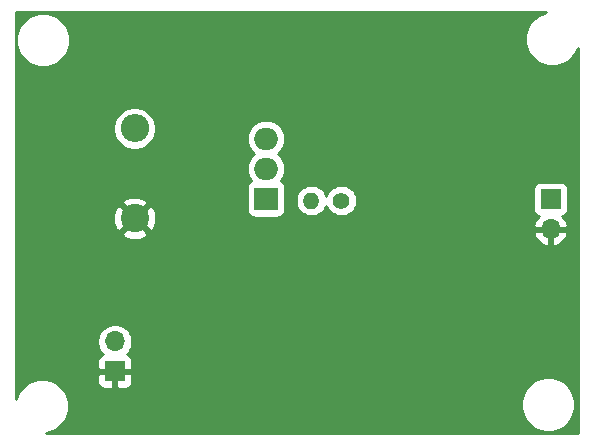
<source format=gbr>
G04 #@! TF.GenerationSoftware,KiCad,Pcbnew,5.1.5+dfsg1-2build2*
G04 #@! TF.CreationDate,2020-12-07T20:52:04+03:00*
G04 #@! TF.ProjectId,PowerNeg,506f7765-724e-4656-972e-6b696361645f,rev?*
G04 #@! TF.SameCoordinates,Original*
G04 #@! TF.FileFunction,Copper,L2,Bot*
G04 #@! TF.FilePolarity,Positive*
%FSLAX46Y46*%
G04 Gerber Fmt 4.6, Leading zero omitted, Abs format (unit mm)*
G04 Created by KiCad (PCBNEW 5.1.5+dfsg1-2build2) date 2020-12-07 20:52:04*
%MOMM*%
%LPD*%
G04 APERTURE LIST*
%ADD10O,1.700000X1.700000*%
%ADD11R,1.700000X1.700000*%
%ADD12C,2.400000*%
%ADD13O,2.400000X2.400000*%
%ADD14C,1.400000*%
%ADD15O,1.400000X1.400000*%
%ADD16R,2.000000X1.905000*%
%ADD17O,2.000000X1.905000*%
%ADD18C,0.254000*%
G04 APERTURE END LIST*
D10*
X175100000Y-101560000D03*
D11*
X175100000Y-104100000D03*
X211980000Y-89510000D03*
D10*
X211980000Y-92050000D03*
D12*
X176770000Y-91140000D03*
D13*
X176770000Y-83520000D03*
D14*
X194280000Y-89630000D03*
D15*
X191740000Y-89630000D03*
D16*
X187890000Y-89480000D03*
D17*
X187890000Y-86940000D03*
X187890000Y-84400000D03*
D18*
G36*
X211447991Y-73724683D02*
G01*
X211028717Y-73898352D01*
X210651380Y-74150481D01*
X210330481Y-74471380D01*
X210078352Y-74848717D01*
X209904683Y-75267991D01*
X209816147Y-75713090D01*
X209816147Y-76166910D01*
X209904683Y-76612009D01*
X210078352Y-77031283D01*
X210330481Y-77408620D01*
X210651380Y-77729519D01*
X211028717Y-77981648D01*
X211447991Y-78155317D01*
X211893090Y-78243853D01*
X212346910Y-78243853D01*
X212792009Y-78155317D01*
X213211283Y-77981648D01*
X213588620Y-77729519D01*
X213909519Y-77408620D01*
X214161648Y-77031283D01*
X214305000Y-76685200D01*
X214305001Y-109305000D01*
X169291963Y-109305000D01*
X169592009Y-109245317D01*
X170011283Y-109071648D01*
X170388620Y-108819519D01*
X170709519Y-108498620D01*
X170961648Y-108121283D01*
X171135317Y-107702009D01*
X171223853Y-107256910D01*
X171223853Y-106803090D01*
X171197995Y-106673090D01*
X209486147Y-106673090D01*
X209486147Y-107126910D01*
X209574683Y-107572009D01*
X209748352Y-107991283D01*
X210000481Y-108368620D01*
X210321380Y-108689519D01*
X210698717Y-108941648D01*
X211117991Y-109115317D01*
X211563090Y-109203853D01*
X212016910Y-109203853D01*
X212462009Y-109115317D01*
X212881283Y-108941648D01*
X213258620Y-108689519D01*
X213579519Y-108368620D01*
X213831648Y-107991283D01*
X214005317Y-107572009D01*
X214093853Y-107126910D01*
X214093853Y-106673090D01*
X214005317Y-106227991D01*
X213831648Y-105808717D01*
X213579519Y-105431380D01*
X213258620Y-105110481D01*
X212881283Y-104858352D01*
X212462009Y-104684683D01*
X212016910Y-104596147D01*
X211563090Y-104596147D01*
X211117991Y-104684683D01*
X210698717Y-104858352D01*
X210321380Y-105110481D01*
X210000481Y-105431380D01*
X209748352Y-105808717D01*
X209574683Y-106227991D01*
X209486147Y-106673090D01*
X171197995Y-106673090D01*
X171135317Y-106357991D01*
X170961648Y-105938717D01*
X170709519Y-105561380D01*
X170388620Y-105240481D01*
X170011283Y-104988352D01*
X169918694Y-104950000D01*
X173611928Y-104950000D01*
X173624188Y-105074482D01*
X173660498Y-105194180D01*
X173719463Y-105304494D01*
X173798815Y-105401185D01*
X173895506Y-105480537D01*
X174005820Y-105539502D01*
X174125518Y-105575812D01*
X174250000Y-105588072D01*
X174814250Y-105585000D01*
X174973000Y-105426250D01*
X174973000Y-104227000D01*
X175227000Y-104227000D01*
X175227000Y-105426250D01*
X175385750Y-105585000D01*
X175950000Y-105588072D01*
X176074482Y-105575812D01*
X176194180Y-105539502D01*
X176304494Y-105480537D01*
X176401185Y-105401185D01*
X176480537Y-105304494D01*
X176539502Y-105194180D01*
X176575812Y-105074482D01*
X176588072Y-104950000D01*
X176585000Y-104385750D01*
X176426250Y-104227000D01*
X175227000Y-104227000D01*
X174973000Y-104227000D01*
X173773750Y-104227000D01*
X173615000Y-104385750D01*
X173611928Y-104950000D01*
X169918694Y-104950000D01*
X169592009Y-104814683D01*
X169146910Y-104726147D01*
X168693090Y-104726147D01*
X168247991Y-104814683D01*
X167828717Y-104988352D01*
X167451380Y-105240481D01*
X167130481Y-105561380D01*
X166878352Y-105938717D01*
X166704683Y-106357991D01*
X166695000Y-106406671D01*
X166695000Y-103250000D01*
X173611928Y-103250000D01*
X173615000Y-103814250D01*
X173773750Y-103973000D01*
X174973000Y-103973000D01*
X174973000Y-103953000D01*
X175227000Y-103953000D01*
X175227000Y-103973000D01*
X176426250Y-103973000D01*
X176585000Y-103814250D01*
X176588072Y-103250000D01*
X176575812Y-103125518D01*
X176539502Y-103005820D01*
X176480537Y-102895506D01*
X176401185Y-102798815D01*
X176304494Y-102719463D01*
X176194180Y-102660498D01*
X176121620Y-102638487D01*
X176253475Y-102506632D01*
X176415990Y-102263411D01*
X176527932Y-101993158D01*
X176585000Y-101706260D01*
X176585000Y-101413740D01*
X176527932Y-101126842D01*
X176415990Y-100856589D01*
X176253475Y-100613368D01*
X176046632Y-100406525D01*
X175803411Y-100244010D01*
X175533158Y-100132068D01*
X175246260Y-100075000D01*
X174953740Y-100075000D01*
X174666842Y-100132068D01*
X174396589Y-100244010D01*
X174153368Y-100406525D01*
X173946525Y-100613368D01*
X173784010Y-100856589D01*
X173672068Y-101126842D01*
X173615000Y-101413740D01*
X173615000Y-101706260D01*
X173672068Y-101993158D01*
X173784010Y-102263411D01*
X173946525Y-102506632D01*
X174078380Y-102638487D01*
X174005820Y-102660498D01*
X173895506Y-102719463D01*
X173798815Y-102798815D01*
X173719463Y-102895506D01*
X173660498Y-103005820D01*
X173624188Y-103125518D01*
X173611928Y-103250000D01*
X166695000Y-103250000D01*
X166695000Y-92417980D01*
X175671626Y-92417980D01*
X175791514Y-92702836D01*
X176115210Y-92863699D01*
X176464069Y-92958322D01*
X176824684Y-92983067D01*
X177183198Y-92936985D01*
X177525833Y-92821846D01*
X177748486Y-92702836D01*
X177868374Y-92417980D01*
X177857285Y-92406890D01*
X210538524Y-92406890D01*
X210583175Y-92554099D01*
X210708359Y-92816920D01*
X210882412Y-93050269D01*
X211098645Y-93245178D01*
X211348748Y-93394157D01*
X211623109Y-93491481D01*
X211853000Y-93370814D01*
X211853000Y-92177000D01*
X212107000Y-92177000D01*
X212107000Y-93370814D01*
X212336891Y-93491481D01*
X212611252Y-93394157D01*
X212861355Y-93245178D01*
X213077588Y-93050269D01*
X213251641Y-92816920D01*
X213376825Y-92554099D01*
X213421476Y-92406890D01*
X213300155Y-92177000D01*
X212107000Y-92177000D01*
X211853000Y-92177000D01*
X210659845Y-92177000D01*
X210538524Y-92406890D01*
X177857285Y-92406890D01*
X176770000Y-91319605D01*
X175671626Y-92417980D01*
X166695000Y-92417980D01*
X166695000Y-91194684D01*
X174926933Y-91194684D01*
X174973015Y-91553198D01*
X175088154Y-91895833D01*
X175207164Y-92118486D01*
X175492020Y-92238374D01*
X176590395Y-91140000D01*
X176949605Y-91140000D01*
X178047980Y-92238374D01*
X178332836Y-92118486D01*
X178493699Y-91794790D01*
X178588322Y-91445931D01*
X178613067Y-91085316D01*
X178566985Y-90726802D01*
X178451846Y-90384167D01*
X178332836Y-90161514D01*
X178047980Y-90041626D01*
X176949605Y-91140000D01*
X176590395Y-91140000D01*
X175492020Y-90041626D01*
X175207164Y-90161514D01*
X175046301Y-90485210D01*
X174951678Y-90834069D01*
X174926933Y-91194684D01*
X166695000Y-91194684D01*
X166695000Y-89862020D01*
X175671626Y-89862020D01*
X176770000Y-90960395D01*
X177868374Y-89862020D01*
X177748486Y-89577164D01*
X177424790Y-89416301D01*
X177075931Y-89321678D01*
X176715316Y-89296933D01*
X176356802Y-89343015D01*
X176014167Y-89458154D01*
X175791514Y-89577164D01*
X175671626Y-89862020D01*
X166695000Y-89862020D01*
X166695000Y-83339268D01*
X174935000Y-83339268D01*
X174935000Y-83700732D01*
X175005518Y-84055250D01*
X175143844Y-84389199D01*
X175344662Y-84689744D01*
X175600256Y-84945338D01*
X175900801Y-85146156D01*
X176234750Y-85284482D01*
X176589268Y-85355000D01*
X176950732Y-85355000D01*
X177305250Y-85284482D01*
X177639199Y-85146156D01*
X177939744Y-84945338D01*
X178195338Y-84689744D01*
X178388938Y-84400000D01*
X186247319Y-84400000D01*
X186277970Y-84711204D01*
X186368745Y-85010449D01*
X186516155Y-85286235D01*
X186714537Y-85527963D01*
X186887609Y-85670000D01*
X186714537Y-85812037D01*
X186516155Y-86053765D01*
X186368745Y-86329551D01*
X186277970Y-86628796D01*
X186247319Y-86940000D01*
X186277970Y-87251204D01*
X186368745Y-87550449D01*
X186516155Y-87826235D01*
X186619446Y-87952095D01*
X186535506Y-87996963D01*
X186438815Y-88076315D01*
X186359463Y-88173006D01*
X186300498Y-88283320D01*
X186264188Y-88403018D01*
X186251928Y-88527500D01*
X186251928Y-90432500D01*
X186264188Y-90556982D01*
X186300498Y-90676680D01*
X186359463Y-90786994D01*
X186438815Y-90883685D01*
X186535506Y-90963037D01*
X186645820Y-91022002D01*
X186765518Y-91058312D01*
X186890000Y-91070572D01*
X188890000Y-91070572D01*
X189014482Y-91058312D01*
X189134180Y-91022002D01*
X189244494Y-90963037D01*
X189341185Y-90883685D01*
X189420537Y-90786994D01*
X189479502Y-90676680D01*
X189515812Y-90556982D01*
X189528072Y-90432500D01*
X189528072Y-89498514D01*
X190405000Y-89498514D01*
X190405000Y-89761486D01*
X190456304Y-90019405D01*
X190556939Y-90262359D01*
X190703038Y-90481013D01*
X190888987Y-90666962D01*
X191107641Y-90813061D01*
X191350595Y-90913696D01*
X191608514Y-90965000D01*
X191871486Y-90965000D01*
X192129405Y-90913696D01*
X192372359Y-90813061D01*
X192591013Y-90666962D01*
X192776962Y-90481013D01*
X192923061Y-90262359D01*
X193010000Y-90052470D01*
X193096939Y-90262359D01*
X193243038Y-90481013D01*
X193428987Y-90666962D01*
X193647641Y-90813061D01*
X193890595Y-90913696D01*
X194148514Y-90965000D01*
X194411486Y-90965000D01*
X194669405Y-90913696D01*
X194912359Y-90813061D01*
X195131013Y-90666962D01*
X195316962Y-90481013D01*
X195463061Y-90262359D01*
X195563696Y-90019405D01*
X195615000Y-89761486D01*
X195615000Y-89498514D01*
X195563696Y-89240595D01*
X195463061Y-88997641D01*
X195316962Y-88778987D01*
X195197975Y-88660000D01*
X210491928Y-88660000D01*
X210491928Y-90360000D01*
X210504188Y-90484482D01*
X210540498Y-90604180D01*
X210599463Y-90714494D01*
X210678815Y-90811185D01*
X210775506Y-90890537D01*
X210885820Y-90949502D01*
X210966466Y-90973966D01*
X210882412Y-91049731D01*
X210708359Y-91283080D01*
X210583175Y-91545901D01*
X210538524Y-91693110D01*
X210659845Y-91923000D01*
X211853000Y-91923000D01*
X211853000Y-91903000D01*
X212107000Y-91903000D01*
X212107000Y-91923000D01*
X213300155Y-91923000D01*
X213421476Y-91693110D01*
X213376825Y-91545901D01*
X213251641Y-91283080D01*
X213077588Y-91049731D01*
X212993534Y-90973966D01*
X213074180Y-90949502D01*
X213184494Y-90890537D01*
X213281185Y-90811185D01*
X213360537Y-90714494D01*
X213419502Y-90604180D01*
X213455812Y-90484482D01*
X213468072Y-90360000D01*
X213468072Y-88660000D01*
X213455812Y-88535518D01*
X213419502Y-88415820D01*
X213360537Y-88305506D01*
X213281185Y-88208815D01*
X213184494Y-88129463D01*
X213074180Y-88070498D01*
X212954482Y-88034188D01*
X212830000Y-88021928D01*
X211130000Y-88021928D01*
X211005518Y-88034188D01*
X210885820Y-88070498D01*
X210775506Y-88129463D01*
X210678815Y-88208815D01*
X210599463Y-88305506D01*
X210540498Y-88415820D01*
X210504188Y-88535518D01*
X210491928Y-88660000D01*
X195197975Y-88660000D01*
X195131013Y-88593038D01*
X194912359Y-88446939D01*
X194669405Y-88346304D01*
X194411486Y-88295000D01*
X194148514Y-88295000D01*
X193890595Y-88346304D01*
X193647641Y-88446939D01*
X193428987Y-88593038D01*
X193243038Y-88778987D01*
X193096939Y-88997641D01*
X193010000Y-89207530D01*
X192923061Y-88997641D01*
X192776962Y-88778987D01*
X192591013Y-88593038D01*
X192372359Y-88446939D01*
X192129405Y-88346304D01*
X191871486Y-88295000D01*
X191608514Y-88295000D01*
X191350595Y-88346304D01*
X191107641Y-88446939D01*
X190888987Y-88593038D01*
X190703038Y-88778987D01*
X190556939Y-88997641D01*
X190456304Y-89240595D01*
X190405000Y-89498514D01*
X189528072Y-89498514D01*
X189528072Y-88527500D01*
X189515812Y-88403018D01*
X189479502Y-88283320D01*
X189420537Y-88173006D01*
X189341185Y-88076315D01*
X189244494Y-87996963D01*
X189160554Y-87952095D01*
X189263845Y-87826235D01*
X189411255Y-87550449D01*
X189502030Y-87251204D01*
X189532681Y-86940000D01*
X189502030Y-86628796D01*
X189411255Y-86329551D01*
X189263845Y-86053765D01*
X189065463Y-85812037D01*
X188892391Y-85670000D01*
X189065463Y-85527963D01*
X189263845Y-85286235D01*
X189411255Y-85010449D01*
X189502030Y-84711204D01*
X189532681Y-84400000D01*
X189502030Y-84088796D01*
X189411255Y-83789551D01*
X189263845Y-83513765D01*
X189065463Y-83272037D01*
X188823735Y-83073655D01*
X188547949Y-82926245D01*
X188248704Y-82835470D01*
X188015486Y-82812500D01*
X187764514Y-82812500D01*
X187531296Y-82835470D01*
X187232051Y-82926245D01*
X186956265Y-83073655D01*
X186714537Y-83272037D01*
X186516155Y-83513765D01*
X186368745Y-83789551D01*
X186277970Y-84088796D01*
X186247319Y-84400000D01*
X178388938Y-84400000D01*
X178396156Y-84389199D01*
X178534482Y-84055250D01*
X178605000Y-83700732D01*
X178605000Y-83339268D01*
X178534482Y-82984750D01*
X178396156Y-82650801D01*
X178195338Y-82350256D01*
X177939744Y-82094662D01*
X177639199Y-81893844D01*
X177305250Y-81755518D01*
X176950732Y-81685000D01*
X176589268Y-81685000D01*
X176234750Y-81755518D01*
X175900801Y-81893844D01*
X175600256Y-82094662D01*
X175344662Y-82350256D01*
X175143844Y-82650801D01*
X175005518Y-82984750D01*
X174935000Y-83339268D01*
X166695000Y-83339268D01*
X166695000Y-75803090D01*
X166696147Y-75803090D01*
X166696147Y-76256910D01*
X166784683Y-76702009D01*
X166958352Y-77121283D01*
X167210481Y-77498620D01*
X167531380Y-77819519D01*
X167908717Y-78071648D01*
X168327991Y-78245317D01*
X168773090Y-78333853D01*
X169226910Y-78333853D01*
X169672009Y-78245317D01*
X170091283Y-78071648D01*
X170468620Y-77819519D01*
X170789519Y-77498620D01*
X171041648Y-77121283D01*
X171215317Y-76702009D01*
X171303853Y-76256910D01*
X171303853Y-75803090D01*
X171215317Y-75357991D01*
X171041648Y-74938717D01*
X170789519Y-74561380D01*
X170468620Y-74240481D01*
X170091283Y-73988352D01*
X169672009Y-73814683D01*
X169226910Y-73726147D01*
X168773090Y-73726147D01*
X168327991Y-73814683D01*
X167908717Y-73988352D01*
X167531380Y-74240481D01*
X167210481Y-74561380D01*
X166958352Y-74938717D01*
X166784683Y-75357991D01*
X166696147Y-75803090D01*
X166695000Y-75803090D01*
X166695000Y-73695000D01*
X211597217Y-73695000D01*
X211447991Y-73724683D01*
G37*
X211447991Y-73724683D02*
X211028717Y-73898352D01*
X210651380Y-74150481D01*
X210330481Y-74471380D01*
X210078352Y-74848717D01*
X209904683Y-75267991D01*
X209816147Y-75713090D01*
X209816147Y-76166910D01*
X209904683Y-76612009D01*
X210078352Y-77031283D01*
X210330481Y-77408620D01*
X210651380Y-77729519D01*
X211028717Y-77981648D01*
X211447991Y-78155317D01*
X211893090Y-78243853D01*
X212346910Y-78243853D01*
X212792009Y-78155317D01*
X213211283Y-77981648D01*
X213588620Y-77729519D01*
X213909519Y-77408620D01*
X214161648Y-77031283D01*
X214305000Y-76685200D01*
X214305001Y-109305000D01*
X169291963Y-109305000D01*
X169592009Y-109245317D01*
X170011283Y-109071648D01*
X170388620Y-108819519D01*
X170709519Y-108498620D01*
X170961648Y-108121283D01*
X171135317Y-107702009D01*
X171223853Y-107256910D01*
X171223853Y-106803090D01*
X171197995Y-106673090D01*
X209486147Y-106673090D01*
X209486147Y-107126910D01*
X209574683Y-107572009D01*
X209748352Y-107991283D01*
X210000481Y-108368620D01*
X210321380Y-108689519D01*
X210698717Y-108941648D01*
X211117991Y-109115317D01*
X211563090Y-109203853D01*
X212016910Y-109203853D01*
X212462009Y-109115317D01*
X212881283Y-108941648D01*
X213258620Y-108689519D01*
X213579519Y-108368620D01*
X213831648Y-107991283D01*
X214005317Y-107572009D01*
X214093853Y-107126910D01*
X214093853Y-106673090D01*
X214005317Y-106227991D01*
X213831648Y-105808717D01*
X213579519Y-105431380D01*
X213258620Y-105110481D01*
X212881283Y-104858352D01*
X212462009Y-104684683D01*
X212016910Y-104596147D01*
X211563090Y-104596147D01*
X211117991Y-104684683D01*
X210698717Y-104858352D01*
X210321380Y-105110481D01*
X210000481Y-105431380D01*
X209748352Y-105808717D01*
X209574683Y-106227991D01*
X209486147Y-106673090D01*
X171197995Y-106673090D01*
X171135317Y-106357991D01*
X170961648Y-105938717D01*
X170709519Y-105561380D01*
X170388620Y-105240481D01*
X170011283Y-104988352D01*
X169918694Y-104950000D01*
X173611928Y-104950000D01*
X173624188Y-105074482D01*
X173660498Y-105194180D01*
X173719463Y-105304494D01*
X173798815Y-105401185D01*
X173895506Y-105480537D01*
X174005820Y-105539502D01*
X174125518Y-105575812D01*
X174250000Y-105588072D01*
X174814250Y-105585000D01*
X174973000Y-105426250D01*
X174973000Y-104227000D01*
X175227000Y-104227000D01*
X175227000Y-105426250D01*
X175385750Y-105585000D01*
X175950000Y-105588072D01*
X176074482Y-105575812D01*
X176194180Y-105539502D01*
X176304494Y-105480537D01*
X176401185Y-105401185D01*
X176480537Y-105304494D01*
X176539502Y-105194180D01*
X176575812Y-105074482D01*
X176588072Y-104950000D01*
X176585000Y-104385750D01*
X176426250Y-104227000D01*
X175227000Y-104227000D01*
X174973000Y-104227000D01*
X173773750Y-104227000D01*
X173615000Y-104385750D01*
X173611928Y-104950000D01*
X169918694Y-104950000D01*
X169592009Y-104814683D01*
X169146910Y-104726147D01*
X168693090Y-104726147D01*
X168247991Y-104814683D01*
X167828717Y-104988352D01*
X167451380Y-105240481D01*
X167130481Y-105561380D01*
X166878352Y-105938717D01*
X166704683Y-106357991D01*
X166695000Y-106406671D01*
X166695000Y-103250000D01*
X173611928Y-103250000D01*
X173615000Y-103814250D01*
X173773750Y-103973000D01*
X174973000Y-103973000D01*
X174973000Y-103953000D01*
X175227000Y-103953000D01*
X175227000Y-103973000D01*
X176426250Y-103973000D01*
X176585000Y-103814250D01*
X176588072Y-103250000D01*
X176575812Y-103125518D01*
X176539502Y-103005820D01*
X176480537Y-102895506D01*
X176401185Y-102798815D01*
X176304494Y-102719463D01*
X176194180Y-102660498D01*
X176121620Y-102638487D01*
X176253475Y-102506632D01*
X176415990Y-102263411D01*
X176527932Y-101993158D01*
X176585000Y-101706260D01*
X176585000Y-101413740D01*
X176527932Y-101126842D01*
X176415990Y-100856589D01*
X176253475Y-100613368D01*
X176046632Y-100406525D01*
X175803411Y-100244010D01*
X175533158Y-100132068D01*
X175246260Y-100075000D01*
X174953740Y-100075000D01*
X174666842Y-100132068D01*
X174396589Y-100244010D01*
X174153368Y-100406525D01*
X173946525Y-100613368D01*
X173784010Y-100856589D01*
X173672068Y-101126842D01*
X173615000Y-101413740D01*
X173615000Y-101706260D01*
X173672068Y-101993158D01*
X173784010Y-102263411D01*
X173946525Y-102506632D01*
X174078380Y-102638487D01*
X174005820Y-102660498D01*
X173895506Y-102719463D01*
X173798815Y-102798815D01*
X173719463Y-102895506D01*
X173660498Y-103005820D01*
X173624188Y-103125518D01*
X173611928Y-103250000D01*
X166695000Y-103250000D01*
X166695000Y-92417980D01*
X175671626Y-92417980D01*
X175791514Y-92702836D01*
X176115210Y-92863699D01*
X176464069Y-92958322D01*
X176824684Y-92983067D01*
X177183198Y-92936985D01*
X177525833Y-92821846D01*
X177748486Y-92702836D01*
X177868374Y-92417980D01*
X177857285Y-92406890D01*
X210538524Y-92406890D01*
X210583175Y-92554099D01*
X210708359Y-92816920D01*
X210882412Y-93050269D01*
X211098645Y-93245178D01*
X211348748Y-93394157D01*
X211623109Y-93491481D01*
X211853000Y-93370814D01*
X211853000Y-92177000D01*
X212107000Y-92177000D01*
X212107000Y-93370814D01*
X212336891Y-93491481D01*
X212611252Y-93394157D01*
X212861355Y-93245178D01*
X213077588Y-93050269D01*
X213251641Y-92816920D01*
X213376825Y-92554099D01*
X213421476Y-92406890D01*
X213300155Y-92177000D01*
X212107000Y-92177000D01*
X211853000Y-92177000D01*
X210659845Y-92177000D01*
X210538524Y-92406890D01*
X177857285Y-92406890D01*
X176770000Y-91319605D01*
X175671626Y-92417980D01*
X166695000Y-92417980D01*
X166695000Y-91194684D01*
X174926933Y-91194684D01*
X174973015Y-91553198D01*
X175088154Y-91895833D01*
X175207164Y-92118486D01*
X175492020Y-92238374D01*
X176590395Y-91140000D01*
X176949605Y-91140000D01*
X178047980Y-92238374D01*
X178332836Y-92118486D01*
X178493699Y-91794790D01*
X178588322Y-91445931D01*
X178613067Y-91085316D01*
X178566985Y-90726802D01*
X178451846Y-90384167D01*
X178332836Y-90161514D01*
X178047980Y-90041626D01*
X176949605Y-91140000D01*
X176590395Y-91140000D01*
X175492020Y-90041626D01*
X175207164Y-90161514D01*
X175046301Y-90485210D01*
X174951678Y-90834069D01*
X174926933Y-91194684D01*
X166695000Y-91194684D01*
X166695000Y-89862020D01*
X175671626Y-89862020D01*
X176770000Y-90960395D01*
X177868374Y-89862020D01*
X177748486Y-89577164D01*
X177424790Y-89416301D01*
X177075931Y-89321678D01*
X176715316Y-89296933D01*
X176356802Y-89343015D01*
X176014167Y-89458154D01*
X175791514Y-89577164D01*
X175671626Y-89862020D01*
X166695000Y-89862020D01*
X166695000Y-83339268D01*
X174935000Y-83339268D01*
X174935000Y-83700732D01*
X175005518Y-84055250D01*
X175143844Y-84389199D01*
X175344662Y-84689744D01*
X175600256Y-84945338D01*
X175900801Y-85146156D01*
X176234750Y-85284482D01*
X176589268Y-85355000D01*
X176950732Y-85355000D01*
X177305250Y-85284482D01*
X177639199Y-85146156D01*
X177939744Y-84945338D01*
X178195338Y-84689744D01*
X178388938Y-84400000D01*
X186247319Y-84400000D01*
X186277970Y-84711204D01*
X186368745Y-85010449D01*
X186516155Y-85286235D01*
X186714537Y-85527963D01*
X186887609Y-85670000D01*
X186714537Y-85812037D01*
X186516155Y-86053765D01*
X186368745Y-86329551D01*
X186277970Y-86628796D01*
X186247319Y-86940000D01*
X186277970Y-87251204D01*
X186368745Y-87550449D01*
X186516155Y-87826235D01*
X186619446Y-87952095D01*
X186535506Y-87996963D01*
X186438815Y-88076315D01*
X186359463Y-88173006D01*
X186300498Y-88283320D01*
X186264188Y-88403018D01*
X186251928Y-88527500D01*
X186251928Y-90432500D01*
X186264188Y-90556982D01*
X186300498Y-90676680D01*
X186359463Y-90786994D01*
X186438815Y-90883685D01*
X186535506Y-90963037D01*
X186645820Y-91022002D01*
X186765518Y-91058312D01*
X186890000Y-91070572D01*
X188890000Y-91070572D01*
X189014482Y-91058312D01*
X189134180Y-91022002D01*
X189244494Y-90963037D01*
X189341185Y-90883685D01*
X189420537Y-90786994D01*
X189479502Y-90676680D01*
X189515812Y-90556982D01*
X189528072Y-90432500D01*
X189528072Y-89498514D01*
X190405000Y-89498514D01*
X190405000Y-89761486D01*
X190456304Y-90019405D01*
X190556939Y-90262359D01*
X190703038Y-90481013D01*
X190888987Y-90666962D01*
X191107641Y-90813061D01*
X191350595Y-90913696D01*
X191608514Y-90965000D01*
X191871486Y-90965000D01*
X192129405Y-90913696D01*
X192372359Y-90813061D01*
X192591013Y-90666962D01*
X192776962Y-90481013D01*
X192923061Y-90262359D01*
X193010000Y-90052470D01*
X193096939Y-90262359D01*
X193243038Y-90481013D01*
X193428987Y-90666962D01*
X193647641Y-90813061D01*
X193890595Y-90913696D01*
X194148514Y-90965000D01*
X194411486Y-90965000D01*
X194669405Y-90913696D01*
X194912359Y-90813061D01*
X195131013Y-90666962D01*
X195316962Y-90481013D01*
X195463061Y-90262359D01*
X195563696Y-90019405D01*
X195615000Y-89761486D01*
X195615000Y-89498514D01*
X195563696Y-89240595D01*
X195463061Y-88997641D01*
X195316962Y-88778987D01*
X195197975Y-88660000D01*
X210491928Y-88660000D01*
X210491928Y-90360000D01*
X210504188Y-90484482D01*
X210540498Y-90604180D01*
X210599463Y-90714494D01*
X210678815Y-90811185D01*
X210775506Y-90890537D01*
X210885820Y-90949502D01*
X210966466Y-90973966D01*
X210882412Y-91049731D01*
X210708359Y-91283080D01*
X210583175Y-91545901D01*
X210538524Y-91693110D01*
X210659845Y-91923000D01*
X211853000Y-91923000D01*
X211853000Y-91903000D01*
X212107000Y-91903000D01*
X212107000Y-91923000D01*
X213300155Y-91923000D01*
X213421476Y-91693110D01*
X213376825Y-91545901D01*
X213251641Y-91283080D01*
X213077588Y-91049731D01*
X212993534Y-90973966D01*
X213074180Y-90949502D01*
X213184494Y-90890537D01*
X213281185Y-90811185D01*
X213360537Y-90714494D01*
X213419502Y-90604180D01*
X213455812Y-90484482D01*
X213468072Y-90360000D01*
X213468072Y-88660000D01*
X213455812Y-88535518D01*
X213419502Y-88415820D01*
X213360537Y-88305506D01*
X213281185Y-88208815D01*
X213184494Y-88129463D01*
X213074180Y-88070498D01*
X212954482Y-88034188D01*
X212830000Y-88021928D01*
X211130000Y-88021928D01*
X211005518Y-88034188D01*
X210885820Y-88070498D01*
X210775506Y-88129463D01*
X210678815Y-88208815D01*
X210599463Y-88305506D01*
X210540498Y-88415820D01*
X210504188Y-88535518D01*
X210491928Y-88660000D01*
X195197975Y-88660000D01*
X195131013Y-88593038D01*
X194912359Y-88446939D01*
X194669405Y-88346304D01*
X194411486Y-88295000D01*
X194148514Y-88295000D01*
X193890595Y-88346304D01*
X193647641Y-88446939D01*
X193428987Y-88593038D01*
X193243038Y-88778987D01*
X193096939Y-88997641D01*
X193010000Y-89207530D01*
X192923061Y-88997641D01*
X192776962Y-88778987D01*
X192591013Y-88593038D01*
X192372359Y-88446939D01*
X192129405Y-88346304D01*
X191871486Y-88295000D01*
X191608514Y-88295000D01*
X191350595Y-88346304D01*
X191107641Y-88446939D01*
X190888987Y-88593038D01*
X190703038Y-88778987D01*
X190556939Y-88997641D01*
X190456304Y-89240595D01*
X190405000Y-89498514D01*
X189528072Y-89498514D01*
X189528072Y-88527500D01*
X189515812Y-88403018D01*
X189479502Y-88283320D01*
X189420537Y-88173006D01*
X189341185Y-88076315D01*
X189244494Y-87996963D01*
X189160554Y-87952095D01*
X189263845Y-87826235D01*
X189411255Y-87550449D01*
X189502030Y-87251204D01*
X189532681Y-86940000D01*
X189502030Y-86628796D01*
X189411255Y-86329551D01*
X189263845Y-86053765D01*
X189065463Y-85812037D01*
X188892391Y-85670000D01*
X189065463Y-85527963D01*
X189263845Y-85286235D01*
X189411255Y-85010449D01*
X189502030Y-84711204D01*
X189532681Y-84400000D01*
X189502030Y-84088796D01*
X189411255Y-83789551D01*
X189263845Y-83513765D01*
X189065463Y-83272037D01*
X188823735Y-83073655D01*
X188547949Y-82926245D01*
X188248704Y-82835470D01*
X188015486Y-82812500D01*
X187764514Y-82812500D01*
X187531296Y-82835470D01*
X187232051Y-82926245D01*
X186956265Y-83073655D01*
X186714537Y-83272037D01*
X186516155Y-83513765D01*
X186368745Y-83789551D01*
X186277970Y-84088796D01*
X186247319Y-84400000D01*
X178388938Y-84400000D01*
X178396156Y-84389199D01*
X178534482Y-84055250D01*
X178605000Y-83700732D01*
X178605000Y-83339268D01*
X178534482Y-82984750D01*
X178396156Y-82650801D01*
X178195338Y-82350256D01*
X177939744Y-82094662D01*
X177639199Y-81893844D01*
X177305250Y-81755518D01*
X176950732Y-81685000D01*
X176589268Y-81685000D01*
X176234750Y-81755518D01*
X175900801Y-81893844D01*
X175600256Y-82094662D01*
X175344662Y-82350256D01*
X175143844Y-82650801D01*
X175005518Y-82984750D01*
X174935000Y-83339268D01*
X166695000Y-83339268D01*
X166695000Y-75803090D01*
X166696147Y-75803090D01*
X166696147Y-76256910D01*
X166784683Y-76702009D01*
X166958352Y-77121283D01*
X167210481Y-77498620D01*
X167531380Y-77819519D01*
X167908717Y-78071648D01*
X168327991Y-78245317D01*
X168773090Y-78333853D01*
X169226910Y-78333853D01*
X169672009Y-78245317D01*
X170091283Y-78071648D01*
X170468620Y-77819519D01*
X170789519Y-77498620D01*
X171041648Y-77121283D01*
X171215317Y-76702009D01*
X171303853Y-76256910D01*
X171303853Y-75803090D01*
X171215317Y-75357991D01*
X171041648Y-74938717D01*
X170789519Y-74561380D01*
X170468620Y-74240481D01*
X170091283Y-73988352D01*
X169672009Y-73814683D01*
X169226910Y-73726147D01*
X168773090Y-73726147D01*
X168327991Y-73814683D01*
X167908717Y-73988352D01*
X167531380Y-74240481D01*
X167210481Y-74561380D01*
X166958352Y-74938717D01*
X166784683Y-75357991D01*
X166696147Y-75803090D01*
X166695000Y-75803090D01*
X166695000Y-73695000D01*
X211597217Y-73695000D01*
X211447991Y-73724683D01*
M02*

</source>
